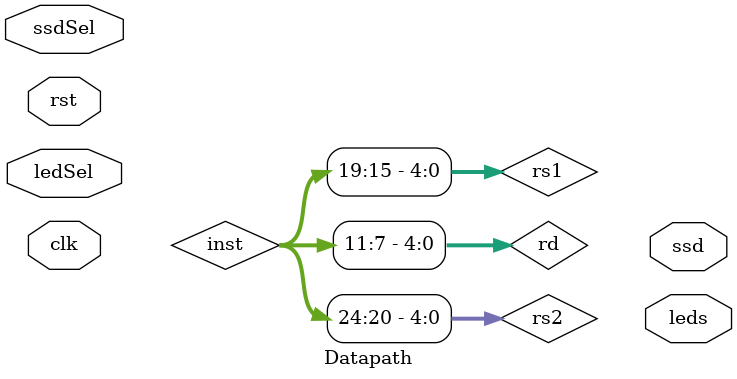
<source format=v>
`timescale 1ns / 1ps
`include "defines.v"

/*******************************************************************
*
* Module: Datapath.v
* Project: Milestone 2
* Author: Mohamed Abbas mohamed_abbas02@aucegypt 
          Omar Bahgat omar_bahgat@aucegypt.edu
* Description: Datapath
*
* Change history: 
**********************************************************************/

module Datapath(
    input clk,
    input rst,
    input [1:0] ledSel,
    input [3:0] ssdSel,
    output reg [15:0] leds,
    output reg [12:0] ssd
);
    // Program Counter
    
    wire [31:0] PCInput;
    wire [31:0] PCOutput;
   
    NBitRegister nBitRegister(clk, rst, 1'b1, PCInput, PCOutput);
    
    // Instruction Memory
    
    wire [31:0] inst;
    InstMem instMem(PCOutput[7:2], inst); // divide by 4
    
    // Control Unit
    
    wire [3:0] ALUOp;
    wire MemRead;
    wire MemWrite;
    wire RegWrite;
    wire ALUSrc;
    wire MemToReg;
    wire [1:0] RegData;
    wire [1:0] Branch;
    wire pc_rst;
    wire pc_halt;
    
    ControlUnit controlUnit(inst, ALUOp, MemRead, MemWrite, RegWrite, ALUSrc, MemToReg,RegData , Branch, pc_rst, pc_halt);
    
    wire [3:0] ALUSel;
    ALUControlUnit ALUcu(ALUOp, inst[30], inst[14:12], ALUSel);
    
    // Register File
    
    wire [4:0] rs1;
    wire [4:0] rs2;
    wire [4:0] rd;
    
    assign rs1 = inst[19:15];
    assign rs2 = inst[24:20];
    assign rd = inst[11:7];
    
    wire [31:0] RegOut1;
    wire [31:0] RegOut2;
    wire [31:0] RegWriteData;
    wire [31:0] MemOut;
    wire [31:0] MemOut2;
    wire [31:0] ALUOutput;
    
    LoadUnit loadUnit(MemOut, inst[14:12], MemOut2);
    NBitMUX2x1 mux1(MemOut2, ALUOutput, MemToReg, RegWriteData);
    
    //RegFile regfile(clk, rst, RegWrite, rs1, rs2, rd, RegWriteData, RegOut1, RegOut2);
    RegFile regfile(rs1, rs2, rd, RegWriteData, clk, rst, RegWrite, RegOut1, RegOut2);
        
    // Immediate Generator
    
    wire [31:0] ImmOut;
    ImmGen immGen(inst, ImmOut);
    
    // ALU
    
    wire cf;
    wire zf;
    wire vf;
    wire sf;
    wire [31:0] ALUSecondSrc;
    wire [4:0]  shamt;
        
    NBitMUX2x1 mux3(ImmOut, RegOut2, ALUSrc, ALUSecondSrc);
    ALU alu(RegOut1, ALUSecondSrc, ALUSel, shamt, ALUOutput, cf, zf, vf, sf);
    
    assign shamt = ALUSecondSrc[4:0];

    
    // Data Memory
    wire [31:0] MemIn;
    StoreUnit storeUnit(RegOut2, inst[14:12], MemIn);
    DataMem dataMem(clk, MemRead, MemWrite, ALUOutput[7:2], MemIn, MemOut);
    
    // Left shift
    
//    wire [31:0] Shifted;
//    ShiftLeft shiftLeft(ImmOut, Shifted);
    
    // Conditional Branching
    
//    wire [31:0] TargetAddress;
//    wire CarryOutBranch;
//    RCA rca1(PCOutput, Shifted, 1'b0, TargetAddress, CarryOutBranch);
  
//    // Sequential Instruction
//    wire [31:0] PC4;
//    wire CarryOutPC;
    
//    RCA rca2(PCOutput, 3'b100, 1'b0, PC4, CarryOutPC);

    wire conditionResult;
    Conditional_Branches condBranches(inst[14:12], zf, cf, vf, sf, conditionResult);
    
   
    NBitMUX2x1 mux4(PCOutput + ImmOut, PCOutput + 4, Branch[0] & conditionResult, PCInput);
         
//    always @(*) begin
//        case(ledSel)
//            0: leds = inst[15:0];
//            1: leds = inst[31:16];
//            2: leds = {2'b00, ALUOp, ALUSel, ZeroFlag, Branch & ZeroFlag, Branch, MemRead, MemtoReg, MemWrite, ALUSrc, RegWrite};
//            default: leds = 0;
//        endcase
//    end
    
//    wire [31:0] PCUpdated = PCOutput + 4;
//    wire [31:0] PCBranch = PCOutput + ImmOut;
//    always @(*) begin
//        case(ssdSel)
//            0: ssd = PCOutput[12:0];
//            1: ssd = PCUpdated[12:0];
//            2: ssd = PCBranch[12:0];
//            3: ssd = PCInput[12:0];
//            4: ssd = RegOut1[12:0];
//            5: ssd = RegOut2[12:0];
//            6: ssd = RegWriteData[12:0]; 
//            7: ssd = ImmOut[12:0];
//            8: ssd = Shifted[12:0];
//            9: ssd = ALUSecondSrc[12:0];
//            10: ssd = ALUOutput[12:0];
//            11: ssd = MemOut[12:0];
//            default: ssd = 0;
//        endcase
//    end
        
endmodule
</source>
